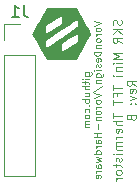
<source format=gbr>
%TF.GenerationSoftware,KiCad,Pcbnew,(6.0.1)*%
%TF.CreationDate,2022-02-14T11:52:32-05:00*%
%TF.ProjectId,SKR-Mini_TFT_Thermistor_Board,534b522d-4d69-46e6-995f-5446545f5468,rev?*%
%TF.SameCoordinates,Original*%
%TF.FileFunction,Legend,Bot*%
%TF.FilePolarity,Positive*%
%FSLAX46Y46*%
G04 Gerber Fmt 4.6, Leading zero omitted, Abs format (unit mm)*
G04 Created by KiCad (PCBNEW (6.0.1)) date 2022-02-14 11:52:32*
%MOMM*%
%LPD*%
G01*
G04 APERTURE LIST*
%ADD10C,0.100000*%
%ADD11C,0.150000*%
%ADD12C,0.120000*%
G04 APERTURE END LIST*
D10*
X117904428Y-96958571D02*
X118390142Y-96958571D01*
X118447285Y-96930000D01*
X118475857Y-96901428D01*
X118504428Y-96844285D01*
X118504428Y-96758571D01*
X118475857Y-96701428D01*
X118275857Y-96958571D02*
X118304428Y-96901428D01*
X118304428Y-96787142D01*
X118275857Y-96730000D01*
X118247285Y-96701428D01*
X118190142Y-96672857D01*
X118018714Y-96672857D01*
X117961571Y-96701428D01*
X117933000Y-96730000D01*
X117904428Y-96787142D01*
X117904428Y-96901428D01*
X117933000Y-96958571D01*
X118304428Y-97244285D02*
X117904428Y-97244285D01*
X117704428Y-97244285D02*
X117733000Y-97215714D01*
X117761571Y-97244285D01*
X117733000Y-97272857D01*
X117704428Y-97244285D01*
X117761571Y-97244285D01*
X117904428Y-97444285D02*
X117904428Y-97672857D01*
X117704428Y-97530000D02*
X118218714Y-97530000D01*
X118275857Y-97558571D01*
X118304428Y-97615714D01*
X118304428Y-97672857D01*
X118304428Y-97872857D02*
X117704428Y-97872857D01*
X118304428Y-98130000D02*
X117990142Y-98130000D01*
X117933000Y-98101428D01*
X117904428Y-98044285D01*
X117904428Y-97958571D01*
X117933000Y-97901428D01*
X117961571Y-97872857D01*
X117904428Y-98672857D02*
X118304428Y-98672857D01*
X117904428Y-98415714D02*
X118218714Y-98415714D01*
X118275857Y-98444285D01*
X118304428Y-98501428D01*
X118304428Y-98587142D01*
X118275857Y-98644285D01*
X118247285Y-98672857D01*
X118304428Y-98958571D02*
X117704428Y-98958571D01*
X117933000Y-98958571D02*
X117904428Y-99015714D01*
X117904428Y-99130000D01*
X117933000Y-99187142D01*
X117961571Y-99215714D01*
X118018714Y-99244285D01*
X118190142Y-99244285D01*
X118247285Y-99215714D01*
X118275857Y-99187142D01*
X118304428Y-99130000D01*
X118304428Y-99015714D01*
X118275857Y-98958571D01*
X118247285Y-99501428D02*
X118275857Y-99530000D01*
X118304428Y-99501428D01*
X118275857Y-99472857D01*
X118247285Y-99501428D01*
X118304428Y-99501428D01*
X118275857Y-100044285D02*
X118304428Y-99987142D01*
X118304428Y-99872857D01*
X118275857Y-99815714D01*
X118247285Y-99787142D01*
X118190142Y-99758571D01*
X118018714Y-99758571D01*
X117961571Y-99787142D01*
X117933000Y-99815714D01*
X117904428Y-99872857D01*
X117904428Y-99987142D01*
X117933000Y-100044285D01*
X118304428Y-100387142D02*
X118275857Y-100330000D01*
X118247285Y-100301428D01*
X118190142Y-100272857D01*
X118018714Y-100272857D01*
X117961571Y-100301428D01*
X117933000Y-100330000D01*
X117904428Y-100387142D01*
X117904428Y-100472857D01*
X117933000Y-100530000D01*
X117961571Y-100558571D01*
X118018714Y-100587142D01*
X118190142Y-100587142D01*
X118247285Y-100558571D01*
X118275857Y-100530000D01*
X118304428Y-100472857D01*
X118304428Y-100387142D01*
X118304428Y-100844285D02*
X117904428Y-100844285D01*
X117961571Y-100844285D02*
X117933000Y-100872857D01*
X117904428Y-100930000D01*
X117904428Y-101015714D01*
X117933000Y-101072857D01*
X117990142Y-101101428D01*
X118304428Y-101101428D01*
X117990142Y-101101428D02*
X117933000Y-101130000D01*
X117904428Y-101187142D01*
X117904428Y-101272857D01*
X117933000Y-101330000D01*
X117990142Y-101358571D01*
X118304428Y-101358571D01*
X118670428Y-92330000D02*
X119270428Y-92530000D01*
X118670428Y-92730000D01*
X119270428Y-93015714D02*
X119241857Y-92958571D01*
X119213285Y-92930000D01*
X119156142Y-92901428D01*
X118984714Y-92901428D01*
X118927571Y-92930000D01*
X118899000Y-92958571D01*
X118870428Y-93015714D01*
X118870428Y-93101428D01*
X118899000Y-93158571D01*
X118927571Y-93187142D01*
X118984714Y-93215714D01*
X119156142Y-93215714D01*
X119213285Y-93187142D01*
X119241857Y-93158571D01*
X119270428Y-93101428D01*
X119270428Y-93015714D01*
X119270428Y-93472857D02*
X118870428Y-93472857D01*
X118984714Y-93472857D02*
X118927571Y-93501428D01*
X118899000Y-93530000D01*
X118870428Y-93587142D01*
X118870428Y-93644285D01*
X119270428Y-93930000D02*
X119241857Y-93872857D01*
X119213285Y-93844285D01*
X119156142Y-93815714D01*
X118984714Y-93815714D01*
X118927571Y-93844285D01*
X118899000Y-93872857D01*
X118870428Y-93930000D01*
X118870428Y-94015714D01*
X118899000Y-94072857D01*
X118927571Y-94101428D01*
X118984714Y-94130000D01*
X119156142Y-94130000D01*
X119213285Y-94101428D01*
X119241857Y-94072857D01*
X119270428Y-94015714D01*
X119270428Y-93930000D01*
X118870428Y-94387142D02*
X119270428Y-94387142D01*
X118927571Y-94387142D02*
X118899000Y-94415714D01*
X118870428Y-94472857D01*
X118870428Y-94558571D01*
X118899000Y-94615714D01*
X118956142Y-94644285D01*
X119270428Y-94644285D01*
X119270428Y-94930000D02*
X118670428Y-94930000D01*
X118670428Y-95072857D01*
X118699000Y-95158571D01*
X118756142Y-95215714D01*
X118813285Y-95244285D01*
X118927571Y-95272857D01*
X119013285Y-95272857D01*
X119127571Y-95244285D01*
X119184714Y-95215714D01*
X119241857Y-95158571D01*
X119270428Y-95072857D01*
X119270428Y-94930000D01*
X119241857Y-95758571D02*
X119270428Y-95701428D01*
X119270428Y-95587142D01*
X119241857Y-95530000D01*
X119184714Y-95501428D01*
X118956142Y-95501428D01*
X118899000Y-95530000D01*
X118870428Y-95587142D01*
X118870428Y-95701428D01*
X118899000Y-95758571D01*
X118956142Y-95787142D01*
X119013285Y-95787142D01*
X119070428Y-95501428D01*
X119241857Y-96015714D02*
X119270428Y-96072857D01*
X119270428Y-96187142D01*
X119241857Y-96244285D01*
X119184714Y-96272857D01*
X119156142Y-96272857D01*
X119099000Y-96244285D01*
X119070428Y-96187142D01*
X119070428Y-96101428D01*
X119041857Y-96044285D01*
X118984714Y-96015714D01*
X118956142Y-96015714D01*
X118899000Y-96044285D01*
X118870428Y-96101428D01*
X118870428Y-96187142D01*
X118899000Y-96244285D01*
X119270428Y-96530000D02*
X118870428Y-96530000D01*
X118670428Y-96530000D02*
X118699000Y-96501428D01*
X118727571Y-96530000D01*
X118699000Y-96558571D01*
X118670428Y-96530000D01*
X118727571Y-96530000D01*
X118870428Y-97072857D02*
X119356142Y-97072857D01*
X119413285Y-97044285D01*
X119441857Y-97015714D01*
X119470428Y-96958571D01*
X119470428Y-96872857D01*
X119441857Y-96815714D01*
X119241857Y-97072857D02*
X119270428Y-97015714D01*
X119270428Y-96901428D01*
X119241857Y-96844285D01*
X119213285Y-96815714D01*
X119156142Y-96787142D01*
X118984714Y-96787142D01*
X118927571Y-96815714D01*
X118899000Y-96844285D01*
X118870428Y-96901428D01*
X118870428Y-97015714D01*
X118899000Y-97072857D01*
X118870428Y-97358571D02*
X119270428Y-97358571D01*
X118927571Y-97358571D02*
X118899000Y-97387142D01*
X118870428Y-97444285D01*
X118870428Y-97530000D01*
X118899000Y-97587142D01*
X118956142Y-97615714D01*
X119270428Y-97615714D01*
X118641857Y-98330000D02*
X119413285Y-97815714D01*
X118670428Y-98444285D02*
X119270428Y-98644285D01*
X118670428Y-98844285D01*
X119270428Y-99130000D02*
X119241857Y-99072857D01*
X119213285Y-99044285D01*
X119156142Y-99015714D01*
X118984714Y-99015714D01*
X118927571Y-99044285D01*
X118899000Y-99072857D01*
X118870428Y-99130000D01*
X118870428Y-99215714D01*
X118899000Y-99272857D01*
X118927571Y-99301428D01*
X118984714Y-99330000D01*
X119156142Y-99330000D01*
X119213285Y-99301428D01*
X119241857Y-99272857D01*
X119270428Y-99215714D01*
X119270428Y-99130000D01*
X119270428Y-99587142D02*
X118870428Y-99587142D01*
X118984714Y-99587142D02*
X118927571Y-99615714D01*
X118899000Y-99644285D01*
X118870428Y-99701428D01*
X118870428Y-99758571D01*
X119270428Y-100044285D02*
X119241857Y-99987142D01*
X119213285Y-99958571D01*
X119156142Y-99930000D01*
X118984714Y-99930000D01*
X118927571Y-99958571D01*
X118899000Y-99987142D01*
X118870428Y-100044285D01*
X118870428Y-100130000D01*
X118899000Y-100187142D01*
X118927571Y-100215714D01*
X118984714Y-100244285D01*
X119156142Y-100244285D01*
X119213285Y-100215714D01*
X119241857Y-100187142D01*
X119270428Y-100130000D01*
X119270428Y-100044285D01*
X118870428Y-100501428D02*
X119270428Y-100501428D01*
X118927571Y-100501428D02*
X118899000Y-100530000D01*
X118870428Y-100587142D01*
X118870428Y-100672857D01*
X118899000Y-100730000D01*
X118956142Y-100758571D01*
X119270428Y-100758571D01*
X119041857Y-101044285D02*
X119041857Y-101501428D01*
X119270428Y-101787142D02*
X118670428Y-101787142D01*
X118956142Y-101787142D02*
X118956142Y-102130000D01*
X119270428Y-102130000D02*
X118670428Y-102130000D01*
X119270428Y-102672857D02*
X118956142Y-102672857D01*
X118899000Y-102644285D01*
X118870428Y-102587142D01*
X118870428Y-102472857D01*
X118899000Y-102415714D01*
X119241857Y-102672857D02*
X119270428Y-102615714D01*
X119270428Y-102472857D01*
X119241857Y-102415714D01*
X119184714Y-102387142D01*
X119127571Y-102387142D01*
X119070428Y-102415714D01*
X119041857Y-102472857D01*
X119041857Y-102615714D01*
X119013285Y-102672857D01*
X119270428Y-102958571D02*
X118870428Y-102958571D01*
X118984714Y-102958571D02*
X118927571Y-102987142D01*
X118899000Y-103015714D01*
X118870428Y-103072857D01*
X118870428Y-103130000D01*
X119270428Y-103587142D02*
X118670428Y-103587142D01*
X119241857Y-103587142D02*
X119270428Y-103530000D01*
X119270428Y-103415714D01*
X119241857Y-103358571D01*
X119213285Y-103330000D01*
X119156142Y-103301428D01*
X118984714Y-103301428D01*
X118927571Y-103330000D01*
X118899000Y-103358571D01*
X118870428Y-103415714D01*
X118870428Y-103530000D01*
X118899000Y-103587142D01*
X118870428Y-103815714D02*
X119270428Y-103930000D01*
X118984714Y-104044285D01*
X119270428Y-104158571D01*
X118870428Y-104272857D01*
X119270428Y-104758571D02*
X118956142Y-104758571D01*
X118899000Y-104730000D01*
X118870428Y-104672857D01*
X118870428Y-104558571D01*
X118899000Y-104501428D01*
X119241857Y-104758571D02*
X119270428Y-104701428D01*
X119270428Y-104558571D01*
X119241857Y-104501428D01*
X119184714Y-104472857D01*
X119127571Y-104472857D01*
X119070428Y-104501428D01*
X119041857Y-104558571D01*
X119041857Y-104701428D01*
X119013285Y-104758571D01*
X119270428Y-105044285D02*
X118870428Y-105044285D01*
X118984714Y-105044285D02*
X118927571Y-105072857D01*
X118899000Y-105101428D01*
X118870428Y-105158571D01*
X118870428Y-105215714D01*
X119241857Y-105644285D02*
X119270428Y-105587142D01*
X119270428Y-105472857D01*
X119241857Y-105415714D01*
X119184714Y-105387142D01*
X118956142Y-105387142D01*
X118899000Y-105415714D01*
X118870428Y-105472857D01*
X118870428Y-105587142D01*
X118899000Y-105644285D01*
X118956142Y-105672857D01*
X119013285Y-105672857D01*
X119070428Y-105387142D01*
X121009821Y-92244285D02*
X121045535Y-92351428D01*
X121045535Y-92530000D01*
X121009821Y-92601428D01*
X120974107Y-92637142D01*
X120902678Y-92672857D01*
X120831250Y-92672857D01*
X120759821Y-92637142D01*
X120724107Y-92601428D01*
X120688392Y-92530000D01*
X120652678Y-92387142D01*
X120616964Y-92315714D01*
X120581250Y-92280000D01*
X120509821Y-92244285D01*
X120438392Y-92244285D01*
X120366964Y-92280000D01*
X120331250Y-92315714D01*
X120295535Y-92387142D01*
X120295535Y-92565714D01*
X120331250Y-92672857D01*
X121045535Y-92994285D02*
X120295535Y-92994285D01*
X121045535Y-93422857D02*
X120616964Y-93101428D01*
X120295535Y-93422857D02*
X120724107Y-92994285D01*
X121045535Y-94172857D02*
X120688392Y-93922857D01*
X121045535Y-93744285D02*
X120295535Y-93744285D01*
X120295535Y-94030000D01*
X120331250Y-94101428D01*
X120366964Y-94137142D01*
X120438392Y-94172857D01*
X120545535Y-94172857D01*
X120616964Y-94137142D01*
X120652678Y-94101428D01*
X120688392Y-94030000D01*
X120688392Y-93744285D01*
X121045535Y-95065714D02*
X120295535Y-95065714D01*
X120831250Y-95315714D01*
X120295535Y-95565714D01*
X121045535Y-95565714D01*
X121045535Y-95922857D02*
X120545535Y-95922857D01*
X120295535Y-95922857D02*
X120331250Y-95887142D01*
X120366964Y-95922857D01*
X120331250Y-95958571D01*
X120295535Y-95922857D01*
X120366964Y-95922857D01*
X120545535Y-96280000D02*
X121045535Y-96280000D01*
X120616964Y-96280000D02*
X120581250Y-96315714D01*
X120545535Y-96387142D01*
X120545535Y-96494285D01*
X120581250Y-96565714D01*
X120652678Y-96601428D01*
X121045535Y-96601428D01*
X121045535Y-96958571D02*
X120545535Y-96958571D01*
X120295535Y-96958571D02*
X120331250Y-96922857D01*
X120366964Y-96958571D01*
X120331250Y-96994285D01*
X120295535Y-96958571D01*
X120366964Y-96958571D01*
X120295535Y-97780000D02*
X120295535Y-98208571D01*
X121045535Y-97994285D02*
X120295535Y-97994285D01*
X120652678Y-98708571D02*
X120652678Y-98458571D01*
X121045535Y-98458571D02*
X120295535Y-98458571D01*
X120295535Y-98815714D01*
X120295535Y-98994285D02*
X120295535Y-99422857D01*
X121045535Y-99208571D02*
X120295535Y-99208571D01*
X120295535Y-100137142D02*
X120295535Y-100565714D01*
X121045535Y-100351428D02*
X120295535Y-100351428D01*
X121045535Y-100815714D02*
X120295535Y-100815714D01*
X121045535Y-101137142D02*
X120652678Y-101137142D01*
X120581250Y-101101428D01*
X120545535Y-101030000D01*
X120545535Y-100922857D01*
X120581250Y-100851428D01*
X120616964Y-100815714D01*
X121009821Y-101780000D02*
X121045535Y-101708571D01*
X121045535Y-101565714D01*
X121009821Y-101494285D01*
X120938392Y-101458571D01*
X120652678Y-101458571D01*
X120581250Y-101494285D01*
X120545535Y-101565714D01*
X120545535Y-101708571D01*
X120581250Y-101780000D01*
X120652678Y-101815714D01*
X120724107Y-101815714D01*
X120795535Y-101458571D01*
X121045535Y-102137142D02*
X120545535Y-102137142D01*
X120688392Y-102137142D02*
X120616964Y-102172857D01*
X120581250Y-102208571D01*
X120545535Y-102280000D01*
X120545535Y-102351428D01*
X121045535Y-102601428D02*
X120545535Y-102601428D01*
X120616964Y-102601428D02*
X120581250Y-102637142D01*
X120545535Y-102708571D01*
X120545535Y-102815714D01*
X120581250Y-102887142D01*
X120652678Y-102922857D01*
X121045535Y-102922857D01*
X120652678Y-102922857D02*
X120581250Y-102958571D01*
X120545535Y-103030000D01*
X120545535Y-103137142D01*
X120581250Y-103208571D01*
X120652678Y-103244285D01*
X121045535Y-103244285D01*
X121045535Y-103601428D02*
X120545535Y-103601428D01*
X120295535Y-103601428D02*
X120331250Y-103565714D01*
X120366964Y-103601428D01*
X120331250Y-103637142D01*
X120295535Y-103601428D01*
X120366964Y-103601428D01*
X121009821Y-103922857D02*
X121045535Y-103994285D01*
X121045535Y-104137142D01*
X121009821Y-104208571D01*
X120938392Y-104244285D01*
X120902678Y-104244285D01*
X120831250Y-104208571D01*
X120795535Y-104137142D01*
X120795535Y-104030000D01*
X120759821Y-103958571D01*
X120688392Y-103922857D01*
X120652678Y-103922857D01*
X120581250Y-103958571D01*
X120545535Y-104030000D01*
X120545535Y-104137142D01*
X120581250Y-104208571D01*
X120545535Y-104458571D02*
X120545535Y-104744285D01*
X120295535Y-104565714D02*
X120938392Y-104565714D01*
X121009821Y-104601428D01*
X121045535Y-104672857D01*
X121045535Y-104744285D01*
X121045535Y-105101428D02*
X121009821Y-105030000D01*
X120974107Y-104994285D01*
X120902678Y-104958571D01*
X120688392Y-104958571D01*
X120616964Y-104994285D01*
X120581250Y-105030000D01*
X120545535Y-105101428D01*
X120545535Y-105208571D01*
X120581250Y-105280000D01*
X120616964Y-105315714D01*
X120688392Y-105351428D01*
X120902678Y-105351428D01*
X120974107Y-105315714D01*
X121009821Y-105280000D01*
X121045535Y-105208571D01*
X121045535Y-105101428D01*
X121045535Y-105672857D02*
X120545535Y-105672857D01*
X120688392Y-105672857D02*
X120616964Y-105708571D01*
X120581250Y-105744285D01*
X120545535Y-105815714D01*
X120545535Y-105887142D01*
X122253035Y-97815714D02*
X121895892Y-97565714D01*
X122253035Y-97387142D02*
X121503035Y-97387142D01*
X121503035Y-97672857D01*
X121538750Y-97744285D01*
X121574464Y-97780000D01*
X121645892Y-97815714D01*
X121753035Y-97815714D01*
X121824464Y-97780000D01*
X121860178Y-97744285D01*
X121895892Y-97672857D01*
X121895892Y-97387142D01*
X122217321Y-98422857D02*
X122253035Y-98351428D01*
X122253035Y-98208571D01*
X122217321Y-98137142D01*
X122145892Y-98101428D01*
X121860178Y-98101428D01*
X121788750Y-98137142D01*
X121753035Y-98208571D01*
X121753035Y-98351428D01*
X121788750Y-98422857D01*
X121860178Y-98458571D01*
X121931607Y-98458571D01*
X122003035Y-98101428D01*
X121753035Y-98708571D02*
X122253035Y-98887142D01*
X121753035Y-99065714D01*
X122181607Y-99351428D02*
X122217321Y-99387142D01*
X122253035Y-99351428D01*
X122217321Y-99315714D01*
X122181607Y-99351428D01*
X122253035Y-99351428D01*
X121788750Y-99351428D02*
X121824464Y-99387142D01*
X121860178Y-99351428D01*
X121824464Y-99315714D01*
X121788750Y-99351428D01*
X121860178Y-99351428D01*
X121860178Y-100530000D02*
X121895892Y-100637142D01*
X121931607Y-100672857D01*
X122003035Y-100708571D01*
X122110178Y-100708571D01*
X122181607Y-100672857D01*
X122217321Y-100637142D01*
X122253035Y-100565714D01*
X122253035Y-100280000D01*
X121503035Y-100280000D01*
X121503035Y-100530000D01*
X121538750Y-100601428D01*
X121574464Y-100637142D01*
X121645892Y-100672857D01*
X121717321Y-100672857D01*
X121788750Y-100637142D01*
X121824464Y-100601428D01*
X121860178Y-100530000D01*
X121860178Y-100280000D01*
D11*
%TO.C,J1*%
X112753333Y-90989380D02*
X112753333Y-91703666D01*
X112800952Y-91846523D01*
X112896190Y-91941761D01*
X113039047Y-91989380D01*
X113134285Y-91989380D01*
X111753333Y-91989380D02*
X112324761Y-91989380D01*
X112039047Y-91989380D02*
X112039047Y-90989380D01*
X112134285Y-91132238D01*
X112229523Y-91227476D01*
X112324761Y-91275095D01*
D12*
X113750000Y-95225000D02*
X113750000Y-105445000D01*
X113750000Y-95225000D02*
X111090000Y-95225000D01*
X112420000Y-92625000D02*
X111090000Y-92625000D01*
X113750000Y-105445000D02*
X111090000Y-105445000D01*
X111090000Y-92625000D02*
X111090000Y-93955000D01*
X111090000Y-95225000D02*
X111090000Y-105445000D01*
%TO.C,G\u002A\u002A\u002A*%
G36*
X117946807Y-92509431D02*
G01*
X118061409Y-92710443D01*
X118164078Y-92892111D01*
X118253688Y-93052387D01*
X118329112Y-93189223D01*
X118389224Y-93300571D01*
X118432899Y-93384384D01*
X118459010Y-93438613D01*
X118466430Y-93461210D01*
X118465839Y-93462537D01*
X118451313Y-93489571D01*
X118419241Y-93546999D01*
X118371318Y-93631850D01*
X118309237Y-93741152D01*
X118234691Y-93871931D01*
X118149375Y-94021217D01*
X118054983Y-94186036D01*
X117953207Y-94363417D01*
X117845742Y-94550388D01*
X117236230Y-95609930D01*
X115976000Y-95609948D01*
X114715769Y-95609966D01*
X114157104Y-94638807D01*
X115976000Y-94638807D01*
X115976014Y-94669620D01*
X115976543Y-94778186D01*
X115978252Y-94854197D01*
X115981712Y-94902931D01*
X115987489Y-94929667D01*
X115996155Y-94939682D01*
X116008277Y-94938256D01*
X116011131Y-94936879D01*
X116041739Y-94918656D01*
X116100297Y-94881874D01*
X116183092Y-94828928D01*
X116286408Y-94762213D01*
X116406533Y-94684127D01*
X116539753Y-94597063D01*
X116682353Y-94503419D01*
X117324153Y-94080967D01*
X117324153Y-93759091D01*
X117324061Y-93704587D01*
X117322949Y-93597161D01*
X117320302Y-93522801D01*
X117315778Y-93477252D01*
X117309035Y-93456259D01*
X117299730Y-93455568D01*
X117296682Y-93457723D01*
X117266459Y-93478065D01*
X117208281Y-93516717D01*
X117125794Y-93571275D01*
X117022643Y-93639333D01*
X116902472Y-93718484D01*
X116768927Y-93806324D01*
X116625653Y-93900446D01*
X115976000Y-94326972D01*
X115976000Y-94638807D01*
X114157104Y-94638807D01*
X114101005Y-94541286D01*
X114078269Y-94501740D01*
X114014674Y-94390788D01*
X114631418Y-94390788D01*
X114631743Y-94487297D01*
X114633752Y-94564209D01*
X114637243Y-94615035D01*
X114642016Y-94633288D01*
X114646797Y-94630837D01*
X114679727Y-94610560D01*
X114741640Y-94571106D01*
X114830080Y-94514076D01*
X114942595Y-94441071D01*
X115076728Y-94353689D01*
X115230026Y-94253532D01*
X115400033Y-94142201D01*
X115584296Y-94021295D01*
X115780359Y-93892415D01*
X115985769Y-93757161D01*
X117299730Y-92891249D01*
X117314384Y-92881592D01*
X117319753Y-92565873D01*
X117320581Y-92493211D01*
X117320256Y-92396702D01*
X117318247Y-92319790D01*
X117314756Y-92268964D01*
X117309984Y-92250711D01*
X117305202Y-92253162D01*
X117272272Y-92273439D01*
X117210359Y-92312893D01*
X117121919Y-92369923D01*
X117009404Y-92442929D01*
X116875271Y-92530310D01*
X116721973Y-92630467D01*
X116551966Y-92741798D01*
X116367703Y-92862704D01*
X116171640Y-92991584D01*
X115966230Y-93126838D01*
X114637615Y-94002407D01*
X114632246Y-94318126D01*
X114631418Y-94390788D01*
X114014674Y-94390788D01*
X113971659Y-94315740D01*
X113871397Y-94139887D01*
X113779137Y-93977142D01*
X113696533Y-93830462D01*
X113625238Y-93702806D01*
X113566908Y-93597132D01*
X113523196Y-93516401D01*
X113495756Y-93463569D01*
X113486241Y-93441597D01*
X113486654Y-93439740D01*
X113499998Y-93411174D01*
X113530932Y-93352362D01*
X113577802Y-93266262D01*
X113638953Y-93155834D01*
X113656265Y-93124908D01*
X114627846Y-93124908D01*
X114627938Y-93179412D01*
X114629050Y-93286838D01*
X114631697Y-93361198D01*
X114636221Y-93406747D01*
X114642964Y-93427740D01*
X114652269Y-93428432D01*
X114655317Y-93426276D01*
X114685540Y-93405935D01*
X114743718Y-93367282D01*
X114826205Y-93312724D01*
X114929357Y-93244666D01*
X115049527Y-93165515D01*
X115183072Y-93077675D01*
X115326346Y-92983553D01*
X115976000Y-92557027D01*
X115976000Y-92235121D01*
X115975905Y-92179931D01*
X115974789Y-92072746D01*
X115972141Y-91998603D01*
X115967618Y-91953246D01*
X115960877Y-91932421D01*
X115951577Y-91931871D01*
X115948541Y-91934037D01*
X115918338Y-91954421D01*
X115860170Y-91993104D01*
X115777685Y-92047680D01*
X115674530Y-92115743D01*
X115554349Y-92194885D01*
X115420790Y-92282699D01*
X115277500Y-92376780D01*
X114627846Y-92803032D01*
X114627846Y-93124908D01*
X113656265Y-93124908D01*
X113712730Y-93024037D01*
X113797479Y-92873829D01*
X113891544Y-92708169D01*
X113993271Y-92530016D01*
X114101005Y-92342329D01*
X114715769Y-91274070D01*
X115951577Y-91274048D01*
X115976000Y-91274048D01*
X117236230Y-91274027D01*
X117309984Y-91402214D01*
X117856918Y-92352801D01*
X117946807Y-92509431D01*
G37*
%TD*%
M02*

</source>
